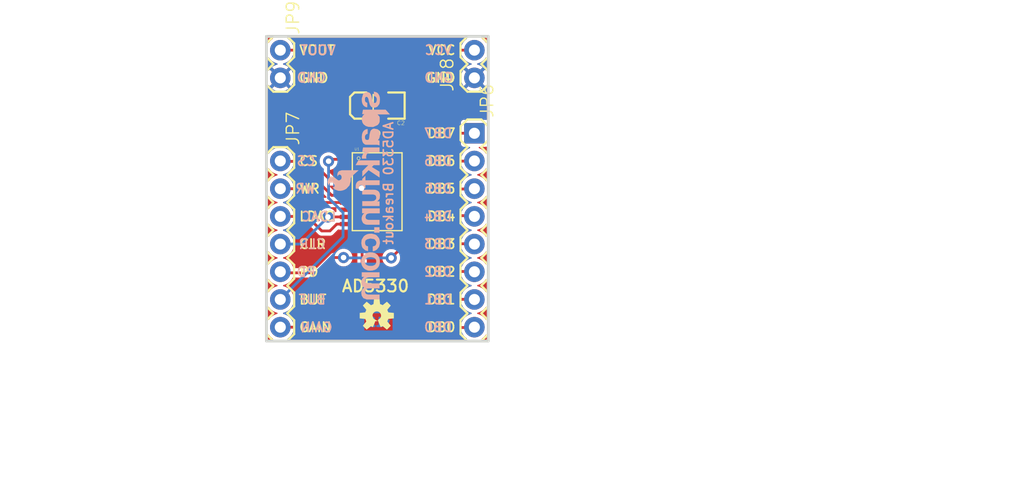
<source format=kicad_pcb>
(kicad_pcb (version 20221018) (generator pcbnew)
  (layers (0 "F.Cu" signal) (31 "B.Cu" signal) (34 "B.Paste" user) (35 "F.Paste" user) (36 "B.SilkS" user "B.Silkscreen") (37 "F.SilkS" user "F.Silkscreen") (38 "B.Mask" user) (39 "F.Mask" user) (44 "Edge.Cuts" user))
  (net 0 "")
  (net 1 "VCC")
  (net 2 "GND")
  (net 3 "BUF")
  (net 4 "GAIN")
  (net 5 "DB0")
  (net 6 "DB1")
  (net 7 "DB2")
  (net 8 "DB3")
  (net 9 "DB4")
  (net 10 "DB5")
  (net 11 "DB6")
  (net 12 "DB7")
  (net 13 "CS")
  (net 14 "WR")
  (net 15 "LDAC")
  (net 16 "CLR")
  (net 17 "PD")
  (net 18 "VOUT")
  (footprint "working:EIA3216" (layer "F.Cu") (at 148.5011 97.3836 180)
    (fp_text reference "C2" (at -2.54 -1.381 180) (layer "F.SilkS") (effects (font (size 0.373888 0.373888) (thickness 0.032512)) (justify right top)))
    (fp_text value "10uF")
    (pad "A" smd rect (at 1.4 0 270) (size 1.6 1.4) (layers "F.Cu" "F.Paste" "F.Mask") (net 1 "VCC"))
    (pad "C" smd rect (at -1.4 0 270) (size 1.6 1.4) (layers "F.Cu" "F.Paste" "F.Mask") (net 2 "GND"))
  )
  (footprint "working:1X08" (layer "F.Cu") (at 157.3911 99.9236 -90)
    (fp_text reference "JP6" (at -1.3462 -1.8288 -90) (layer "F.SilkS") (effects (font (size 1.143 1.143) (thickness 0.127)) (justify left bottom)))
    (fp_text value "")
    (pad "1" thru_hole rect (at 0 0) (size 1.8796 1.8796) (drill 1.016) (layers "*.Cu" "*.Mask") (net 12 "DB7"))
    (pad "2" thru_hole circle (at 2.54 0) (size 1.8796 1.8796) (drill 1.016) (layers "*.Cu" "*.Mask") (net 11 "DB6"))
    (pad "3" thru_hole circle (at 5.08 0) (size 1.8796 1.8796) (drill 1.016) (layers "*.Cu" "*.Mask") (net 10 "DB5"))
    (pad "4" thru_hole circle (at 7.62 0) (size 1.8796 1.8796) (drill 1.016) (layers "*.Cu" "*.Mask") (net 9 "DB4"))
    (pad "5" thru_hole circle (at 10.16 0) (size 1.8796 1.8796) (drill 1.016) (layers "*.Cu" "*.Mask") (net 8 "DB3"))
    (pad "6" thru_hole circle (at 12.7 0) (size 1.8796 1.8796) (drill 1.016) (layers "*.Cu" "*.Mask") (net 7 "DB2"))
    (pad "7" thru_hole circle (at 15.24 0) (size 1.8796 1.8796) (drill 1.016) (layers "*.Cu" "*.Mask") (net 6 "DB1"))
    (pad "8" thru_hole circle (at 17.78 0) (size 1.8796 1.8796) (drill 1.016) (layers "*.Cu" "*.Mask") (net 5 "DB0"))
  )
  (footprint "working:1X02" (layer "F.Cu") (at 157.3911 94.8436 90)
    (fp_text reference "JP8" (at -1.3462 -1.8288 90) (layer "F.SilkS") (effects (font (size 1.143 1.143) (thickness 0.127)) (justify left bottom)))
    (fp_text value "")
    (pad "1" thru_hole circle (at 0 0 180) (size 1.8796 1.8796) (drill 1.016) (layers "*.Cu" "*.Mask") (net 2 "GND"))
    (pad "2" thru_hole circle (at 2.54 0 180) (size 1.8796 1.8796) (drill 1.016) (layers "*.Cu" "*.Mask") (net 1 "VCC"))
  )
  (footprint "working:FIDUCIAL-1X2" (layer "F.Cu") (at 140.8811 97.3836)
    (fp_text reference "JP2" hide)
    (fp_text value "FIDUCIAL1X2" hide)
    (pad "1" smd roundrect (at 0 0) (size 1 1) (layers "F.Cu" "F.Mask") (roundrect_rratio 0.5))
  )
  (footprint "working:CREATIVE_COMMONS" (layer "F.Cu") (at 134.254644 132.9436)
    (fp_text reference "FRAME1" hide)
    (fp_text value "FRAME-LETTER" hide)
  )
  (footprint "working:0603-CAP" (layer "F.Cu") (at 148.5011 99.9236)
    (fp_text reference "C1" (at -0.889 -0.762) (layer "F.SilkS") (effects (font (size 0.373888 0.373888) (thickness 0.032512)) (justify left bottom)))
    (fp_text value "0.1uF")
    (pad "1" smd rect (at -0.85 0) (size 1.1 1) (layers "F.Cu" "F.Paste" "F.Mask") (net 1 "VCC"))
    (pad "2" smd rect (at 0.85 0) (size 1.1 1) (layers "F.Cu" "F.Paste" "F.Mask") (net 2 "GND"))
  )
  (footprint "working:1X02" (layer "F.Cu") (at 139.6111 92.3036 -90)
    (fp_text reference "JP9" (at -1.3462 -1.8288 -90) (layer "F.SilkS") (effects (font (size 1.143 1.143) (thickness 0.127)) (justify left bottom)))
    (fp_text value "")
    (pad "1" thru_hole circle (at 0 0) (size 1.8796 1.8796) (drill 1.016) (layers "*.Cu" "*.Mask") (net 18 "VOUT"))
    (pad "2" thru_hole circle (at 2.54 0) (size 1.8796 1.8796) (drill 1.016) (layers "*.Cu" "*.Mask") (net 2 "GND"))
  )
  (footprint "working:OSHW-LOGO-S" (layer "F.Cu") (at 148.4503 116.64696)
    (fp_text reference "LOGO1" hide)
    (fp_text value "OSHW-LOGOS" hide)
  )
  (footprint "working:FIDUCIAL-1X2" (layer "F.Cu") (at 152.3111 116.4336)
    (fp_text reference "JP3" hide)
    (fp_text value "FIDUCIAL1X2" hide)
    (pad "1" smd roundrect (at 0 0) (size 1 1) (layers "F.Cu" "F.Mask") (roundrect_rratio 0.5))
  )
  (footprint "working:1X07" (layer "F.Cu") (at 139.6111 102.4636 -90)
    (fp_text reference "JP7" (at -1.3462 -1.8288 -90) (layer "F.SilkS") (effects (font (size 1.143 1.143) (thickness 0.127)) (justify left bottom)))
    (fp_text value "")
    (pad "1" thru_hole circle (at 0 0) (size 1.8796 1.8796) (drill 1.016) (layers "*.Cu" "*.Mask") (net 13 "CS"))
    (pad "2" thru_hole circle (at 2.54 0) (size 1.8796 1.8796) (drill 1.016) (layers "*.Cu" "*.Mask") (net 14 "WR"))
    (pad "3" thru_hole circle (at 5.08 0) (size 1.8796 1.8796) (drill 1.016) (layers "*.Cu" "*.Mask") (net 15 "LDAC"))
    (pad "4" thru_hole circle (at 7.62 0) (size 1.8796 1.8796) (drill 1.016) (layers "*.Cu" "*.Mask") (net 16 "CLR"))
    (pad "5" thru_hole circle (at 10.16 0) (size 1.8796 1.8796) (drill 1.016) (layers "*.Cu" "*.Mask") (net 17 "PD"))
    (pad "6" thru_hole circle (at 12.7 0) (size 1.8796 1.8796) (drill 1.016) (layers "*.Cu" "*.Mask") (net 3 "BUF"))
    (pad "7" thru_hole circle (at 15.24 0) (size 1.8796 1.8796) (drill 1.016) (layers "*.Cu" "*.Mask") (net 4 "GAIN"))
  )
  (footprint "working:TSSOP20" (layer "F.Cu") (at 148.5011 105.0036)
    (fp_text reference "U1" (at -2.116 -3.4908) (layer "F.SilkS") (effects (font (size 0.23368 0.23368) (thickness 0.02032)) (justify left bottom)))
    (fp_text value "AD5330")
    (pad "1" smd rect (at -2.937 -2.6928) (size 1 0.4) (layers "F.Cu" "F.Paste" "F.Mask") (net 3 "BUF"))
    (pad "2" smd rect (at -2.937 -2.0324) (size 1 0.4) (layers "F.Cu" "F.Paste" "F.Mask"))
    (pad "3" smd rect (at -2.937 -1.372) (size 1 0.4) (layers "F.Cu" "F.Paste" "F.Mask") (net 1 "VCC"))
    (pad "4" smd rect (at -2.937 -0.7116) (size 1 0.4) (layers "F.Cu" "F.Paste" "F.Mask") (net 18 "VOUT"))
    (pad "5" smd rect (at -2.937 -0.0512) (size 1 0.4) (layers "F.Cu" "F.Paste" "F.Mask") (net 2 "GND"))
    (pad "6" smd rect (at -2.937 0.6092) (size 1 0.4) (layers "F.Cu" "F.Paste" "F.Mask") (net 13 "CS"))
    (pad "7" smd rect (at -2.937 1.2696) (size 1 0.4) (layers "F.Cu" "F.Paste" "F.Mask") (net 14 "WR"))
    (pad "8" smd rect (at -2.943 1.93) (size 1 0.4) (layers "F.Cu" "F.Paste" "F.Mask") (net 4 "GAIN"))
    (pad "9" smd rect (at -2.937 2.5904) (size 1 0.4) (layers "F.Cu" "F.Paste" "F.Mask") (net 16 "CLR"))
    (pad "10" smd rect (at -2.937 3.2508) (size 1 0.4) (layers "F.Cu" "F.Paste" "F.Mask") (net 15 "LDAC"))
    (pad "11" smd rect (at 2.905 3.2508) (size 1 0.4) (layers "F.Cu" "F.Paste" "F.Mask") (net 17 "PD"))
    (pad "12" smd rect (at 2.905 2.5904) (size 1 0.4) (layers "F.Cu" "F.Paste" "F.Mask") (net 1 "VCC"))
    (pad "13" smd rect (at 2.911 1.93) (size 1 0.4) (layers "F.Cu" "F.Paste" "F.Mask") (net 5 "DB0"))
    (pad "14" smd rect (at 2.905 1.2696) (size 1 0.4) (layers "F.Cu" "F.Paste" "F.Mask") (net 6 "DB1"))
    (pad "15" smd rect (at 2.905 0.6092) (size 1 0.4) (layers "F.Cu" "F.Paste" "F.Mask") (net 7 "DB2"))
    (pad "16" smd rect (at 2.905 -0.0512) (size 1 0.4) (layers "F.Cu" "F.Paste" "F.Mask") (net 8 "DB3"))
    (pad "17" smd rect (at 2.905 -0.7116) (size 1 0.4) (layers "F.Cu" "F.Paste" "F.Mask") (net 9 "DB4"))
    (pad "18" smd rect (at 2.905 -1.372) (size 1 0.4) (layers "F.Cu" "F.Paste" "F.Mask") (net 10 "DB5"))
    (pad "19" smd rect (at 2.905 -2.0324) (size 1 0.4) (layers "F.Cu" "F.Paste" "F.Mask") (net 11 "DB6"))
    (pad "20" smd rect (at 2.905 -2.6928) (size 1 0.4) (layers "F.Cu" "F.Paste" "F.Mask") (net 12 "DB7"))
  )
  (footprint "working:SFE-NEW-WEBLOGO" (layer "B.Cu") (at 149.6441 96.1136 -90)
    (fp_text reference "JP1" hide)
    (fp_text value "LOGO-SFENEW" hide)
  )
  (gr_line (start 138.3411 91.0336) (end 158.6611 91.0336) (stroke (width 0.254)) (layer "Edge.Cuts"))
  (gr_line (start 158.6611 91.0336) (end 158.6611 118.9736) (stroke (width 0.254)) (layer "Edge.Cuts"))
  (gr_line (start 138.3411 118.9736) (end 138.3411 91.0336) (stroke (width 0.254)) (layer "Edge.Cuts"))
  (gr_line (start 158.6611 118.9736) (end 138.3411 118.9736) (stroke (width 0.254)) (layer "Edge.Cuts"))
  (gr_text "v12" (at 149.7711 117.7036) (layer "B.Cu") (effects (font (size 0.762 0.762) (thickness 0.254)) (justify left bottom mirror)))
  (gr_text "DB3" (at 152.6921 109.5756) (layer "B.SilkS") (effects (font (size 0.8636 0.8636) (thickness 0.1524)) (justify right top mirror)))
  (gr_text "DB7" (at 152.6921 99.4156) (layer "B.SilkS") (effects (font (size 0.8636 0.8636) (thickness 0.1524)) (justify right top mirror)))
  (gr_text "CLR" (at 143.850362 110.5916) (layer "B.SilkS") (effects (font (size 0.8636 0.8636) (thickness 0.1524)) (justify left bottom mirror)))
  (gr_text "GND" (at 152.712421 94.3229) (layer "B.SilkS") (effects (font (size 0.8636 0.8636) (thickness 0.1524)) (justify right top mirror)))
  (gr_text "DB6" (at 152.6921 101.9556) (layer "B.SilkS") (effects (font (size 0.8636 0.8636) (thickness 0.1524)) (justify right top mirror)))
  (gr_text "DB4" (at 152.6921 107.0356) (layer "B.SilkS") (effects (font (size 0.8636 0.8636) (thickness 0.1524)) (justify right top mirror)))
  (gr_text "DB2" (at 152.6921 112.1156) (layer "B.SilkS") (effects (font (size 0.8636 0.8636) (thickness 0.1524)) (justify right top mirror)))
  (gr_text "DB5" (at 152.6921 104.4956) (layer "B.SilkS") (effects (font (size 0.8636 0.8636) (thickness 0.1524)) (justify right top mirror)))
  (gr_text "VCC" (at 152.750518 91.787982) (layer "B.SilkS") (effects (font (size 0.8636 0.8636) (thickness 0.1524)) (justify right top mirror)))
  (gr_text "AD5330 Breakout" (at 150.0251 98.7806 -270) (layer "B.SilkS") (effects (font (size 0.8636 0.8636) (thickness 0.1524)) (justify left bottom mirror)))
  (gr_text "CS" (at 142.9131 102.9716) (layer "B.SilkS") (effects (font (size 0.8636 0.8636) (thickness 0.1524)) (justify left bottom mirror)))
  (gr_text "WR" (at 142.948662 105.5116) (layer "B.SilkS") (effects (font (size 0.8636 0.8636) (thickness 0.1524)) (justify left bottom mirror)))
  (gr_text "LDAC" (at 144.8308 108.069379) (layer "B.SilkS") (effects (font (size 0.8636 0.8636) (thickness 0.1524)) (justify left bottom mirror)))
  (gr_text "DB1" (at 152.6921 114.6556) (layer "B.SilkS") (effects (font (size 0.8636 0.8636) (thickness 0.1524)) (justify right top mirror)))
  (gr_text "BUF" (at 143.868137 115.6716) (layer "B.SilkS") (effects (font (size 0.8636 0.8636) (thickness 0.1524)) (justify left bottom mirror)))
  (gr_text "GAIN" (at 144.480281 118.226841) (layer "B.SilkS") (effects (font (size 0.8636 0.8636) (thickness 0.1524)) (justify left bottom mirror)))
  (gr_text "VOUT" (at 144.78 92.80906) (layer "B.SilkS") (effects (font (size 0.8636 0.8636) (thickness 0.1524)) (justify left bottom mirror)))
  (gr_text "PD" (at 142.948659 113.1316) (layer "B.SilkS") (effects (font (size 0.8636 0.8636) (thickness 0.1524)) (justify left bottom mirror)))
  (gr_text "DB0" (at 152.6921 117.1956) (layer "B.SilkS") (effects (font (size 0.8636 0.8636) (thickness 0.1524)) (justify right top mirror)))
  (gr_text "GND" (at 143.8656 95.333822) (layer "B.SilkS") (effects (font (size 0.8636 0.8636) (thickness 0.1524)) (justify left bottom mirror)))
  (gr_text "AD5330" (at 145.1483 114.564157) (layer "F.SilkS") (effects (font (size 1.0795 1.0795) (thickness 0.1905)) (justify left bottom)))
  (gr_text "DB4" (at 155.7401 107.0356) (layer "F.SilkS") (effects (font (size 0.8636 0.8636) (thickness 0.1524)) (justify right top)))
  (gr_text "DB3" (at 155.7401 109.5756) (layer "F.SilkS") (effects (font (size 0.8636 0.8636) (thickness 0.1524)) (justify right top)))
  (gr_text "DB6" (at 155.7401 101.9556) (layer "F.SilkS") (effects (font (size 0.8636 0.8636) (thickness 0.1524)) (justify right top)))
  (gr_text "DB0" (at 155.7401 117.1956) (layer "F.SilkS") (effects (font (size 0.8636 0.8636) (thickness 0.1524)) (justify right top)))
  (gr_text "WR" (at 141.2621 105.5116) (layer "F.SilkS") (effects (font (size 0.8636 0.8636) (thickness 0.1524)) (justify left bottom)))
  (gr_text "CS" (at 141.2621 102.9716) (layer "F.SilkS") (effects (font (size 0.8636 0.8636) (thickness 0.1524)) (justify left bottom)))
  (gr_text "DB2" (at 155.7401 112.1156) (layer "F.SilkS") (effects (font (size 0.8636 0.8636) (thickness 0.1524)) (justify right top)))
  (gr_text "GND" (at 155.7401 94.3356) (layer "F.SilkS") (effects (font (size 0.8636 0.8636) (thickness 0.1524)) (justify right top)))
  (gr_text "BUF" (at 141.2621 115.6716) (layer "F.SilkS") (effects (font (size 0.8636 0.8636) (thickness 0.1524)) (justify left bottom)))
  (gr_text "DB5" (at 155.7401 104.4956) (layer "F.SilkS") (effects (font (size 0.8636 0.8636) (thickness 0.1524)) (justify right top)))
  (gr_text "LDAC" (at 141.2621 108.0516) (layer "F.SilkS") (effects (font (size 0.8636 0.8636) (thickness 0.1524)) (justify left bottom)))
  (gr_text "VOUT" (at 141.2621 92.8116) (layer "F.SilkS") (effects (font (size 0.8636 0.8636) (thickness 0.1524)) (justify left bottom)))
  (gr_text "GND" (at 155.7401 94.3356) (layer "F.SilkS") (effects (font (size 0.8636 0.8636) (thickness 0.1524)) (justify right top)))
  (gr_text "DB1" (at 155.7401 114.6556) (layer "F.SilkS") (effects (font (size 0.8636 0.8636) (thickness 0.1524)) (justify right top)))
  (gr_text "DB7" (at 155.7401 99.4156) (layer "F.SilkS") (effects (font (size 0.8636 0.8636) (thickness 0.1524)) (justify right top)))
  (gr_text "GND" (at 141.2621 95.3516) (layer "F.SilkS") (effects (font (size 0.8636 0.8636) (thickness 0.1524)) (justify left bottom)))
  (gr_text "VCC" (at 155.7401 91.7956) (layer "F.SilkS") (effects (font (size 0.8636 0.8636) (thickness 0.1524)) (justify right top)))
  (gr_text "PD" (at 141.2621 113.1316) (layer "F.SilkS") (effects (font (size 0.8636 0.8636) (thickness 0.1524)) (justify left bottom)))
  (gr_text "CLR" (at 141.2621 110.5916) (layer "F.SilkS") (effects (font (size 0.8636 0.8636) (thickness 0.1524)) (justify left bottom)))
  (gr_text "GAIN" (at 141.2621 118.2116) (layer "F.SilkS") (effects (font (size 0.8636 0.8636) (thickness 0.1524)) (justify left bottom)))
  (gr_text "GND" (at 141.2621 95.3516) (layer "F.SilkS") (effects (font (size 0.8636 0.8636) (thickness 0.1524)) (justify left bottom)))
  (segment (start 147.1422 103.639619) (end 145.572118 103.639619) (width 0.254) (layer "F.Cu") (net 1))
  (segment (start 147.2311 94.8436) (end 147.2311 97.2536) (width 0.254) (layer "F.Cu") (net 1))
  (segment (start 145.572118 103.639619) (end 145.5641 103.6316) (width 0.254) (layer "F.Cu") (net 1))
  (segment (start 147.6511 103.130719) (end 147.1422 103.639619) (width 0.254) (layer "F.Cu") (net 1))
  (segment (start 147.6511 99.9236) (end 147.6511 103.130719) (width 0.254) (layer "F.Cu") (net 1))
  (segment (start 149.433281 107.5944) (end 151.4057 107.5944) (width 0.254) (layer "F.Cu") (net 1))
  (segment (start 148.244559 103.748841) (end 148.244559 106.405679) (width 0.254) (layer "F.Cu") (net 1))
  (segment (start 147.65274 98.938082) (end 147.65274 99.92196) (width 0.254) (layer "F.Cu") (net 1))
  (segment (start 149.7711 92.3036) (end 147.2311 94.8436) (width 0.254) (layer "F.Cu") (net 1))
  (segment (start 147.6511 103.130719) (end 147.6511 103.155382) (width 0.254) (layer "F.Cu") (net 1))
  (segment (start 157.3911 92.3036) (end 149.7711 92.3036) (width 0.254) (layer "F.Cu") (net 1))
  (segment (start 147.65274 99.92196) (end 147.6511 99.9236) (width 0.254) (layer "F.Cu") (net 1))
  (segment (start 147.2311 97.2536) (end 147.1011 97.3836) (width 0.254) (layer "F.Cu") (net 1))
  (segment (start 147.6511 103.155382) (end 148.244559 103.748841) (width 0.254) (layer "F.Cu") (net 1))
  (segment (start 151.4057 107.5944) (end 151.4061 107.594) (width 0.254) (layer "F.Cu") (net 1))
  (segment (start 147.1011 98.386441) (end 147.65274 98.938082) (width 0.254) (layer "F.Cu") (net 1))
  (segment (start 147.1011 97.3836) (end 147.1011 98.386441) (width 0.254) (layer "F.Cu") (net 1))
  (segment (start 148.244559 106.405679) (end 149.433281 107.5944) (width 0.254) (layer "F.Cu") (net 1))
  (via (at 147.050759 104.957882) (size 1.016) (drill 0.508) (layers "F.Cu" "B.Cu") (net 2))
  (segment (start 145.5641 102.3108) (end 144.203821 102.3108) (width 0.254) (layer "F.Cu") (net 3))
  (segment (start 144.203821 102.3108) (end 144.03324 102.481382) (width 0.254) (layer "F.Cu") (net 3))
  (via (at 144.03324 102.481382) (size 1.016) (drill 0.508) (layers "F.Cu" "B.Cu") (net 3))
  (segment (start 144.03324 105.862122) (end 145.359118 107.188) (width 0.254) (layer "B.Cu") (net 3))
  (segment (start 139.6238 115.1763) (end 139.6111 115.1636) (width 0.254) (layer "B.Cu") (net 3))
  (segment (start 145.359118 107.188) (end 145.359118 109.415582) (width 0.254) (layer "B.Cu") (net 3))
  (segment (start 145.359118 109.415582) (end 139.6111 115.1636) (width 0.254) (layer "B.Cu") (net 3))
  (segment (start 144.03324 102.481382) (end 144.03324 105.862122) (width 0.254) (layer "B.Cu") (net 3))
  (segment (start 147.1041 116.5606) (end 145.9611 117.7036) (width 0.254) (layer "F.Cu") (net 4))
  (segment (start 146.4941 106.9336) (end 147.1041 107.5436) (width 0.254) (layer "F.Cu") (net 4))
  (segment (start 145.5581 106.9336) (end 146.4941 106.9336) (width 0.254) (layer "F.Cu") (net 4))
  (segment (start 145.9611 117.7036) (end 139.6111 117.7036) (width 0.254) (layer "F.Cu") (net 4))
  (segment (start 147.1041 107.5436) (end 147.1041 116.5606) (width 0.254) (layer "F.Cu") (net 4))
  (segment (start 155.674059 117.734082) (end 157.360618 117.734082) (width 0.254) (layer "F.Cu") (net 5))
  (segment (start 152.791159 114.851182) (end 155.674059 117.734082) (width 0.254) (layer "F.Cu") (net 5))
  (segment (start 157.360618 117.734082) (end 157.3911 117.7036) (width 0.254) (layer "F.Cu") (net 5))
  (segment (start 152.791159 107.3277) (end 152.791159 114.851182) (width 0.254) (layer "F.Cu") (net 5))
  (segment (start 152.397059 106.9336) (end 152.791159 107.3277) (width 0.254) (layer "F.Cu") (net 5))
  (segment (start 151.4121 106.9336) (end 152.397059 106.9336) (width 0.254) (layer "F.Cu") (net 5))
  (segment (start 157.375859 115.14836) (end 157.3911 115.1636) (width 0.254) (layer "F.Cu") (net 6))
  (segment (start 153.527759 107.342941) (end 153.527759 114.051079) (width 0.254) (layer "F.Cu") (net 6))
  (segment (start 154.62504 115.14836) (end 157.375859 115.14836) (width 0.254) (layer "F.Cu") (net 6))
  (segment (start 152.458018 106.2732) (end 153.527759 107.342941) (width 0.254) (layer "F.Cu") (net 6))
  (segment (start 153.527759 114.051079) (end 154.62504 115.14836) (width 0.254) (layer "F.Cu") (net 6))
  (segment (start 151.4061 106.2732) (end 152.458018 106.2732) (width 0.254) (layer "F.Cu") (net 6))
  (segment (start 155.13304 112.59566) (end 157.363159 112.59566) (width 0.254) (layer "F.Cu") (net 7))
  (segment (start 151.4061 105.6128) (end 152.552 105.6128) (width 0.254) (layer "F.Cu") (net 7))
  (segment (start 154.2288 111.691419) (end 155.13304 112.59566) (width 0.254) (layer "F.Cu") (net 7))
  (segment (start 152.552 105.6128) (end 154.2288 107.2896) (width 0.254) (layer "F.Cu") (net 7))
  (segment (start 154.2288 107.2896) (end 154.2288 111.691419) (width 0.254) (layer "F.Cu") (net 7))
  (segment (start 157.363159 112.59566) (end 157.3911 112.6236) (width 0.254) (layer "F.Cu") (net 7))
  (segment (start 151.4061 104.9524) (end 152.679 104.9524) (width 0.254) (layer "F.Cu") (net 8))
  (segment (start 154.886659 107.16006) (end 154.886659 109.339379) (width 0.254) (layer "F.Cu") (net 8))
  (segment (start 155.60294 110.05566) (end 157.363159 110.05566) (width 0.254) (layer "F.Cu") (net 8))
  (segment (start 152.679 104.9524) (end 154.886659 107.16006) (width 0.254) (layer "F.Cu") (net 8))
  (segment (start 157.363159 110.05566) (end 157.3911 110.0836) (width 0.254) (layer "F.Cu") (net 8))
  (segment (start 154.886659 109.339379) (end 155.60294 110.05566) (width 0.254) (layer "F.Cu") (net 8))
  (segment (start 155.95854 107.47756) (end 157.325059 107.47756) (width 0.254) (layer "F.Cu") (net 9))
  (segment (start 157.325059 107.47756) (end 157.3911 107.5436) (width 0.254) (layer "F.Cu") (net 9))
  (segment (start 151.4061 104.292) (end 152.772981 104.292) (width 0.254) (layer "F.Cu") (net 9))
  (segment (start 152.772981 104.292) (end 155.95854 107.47756) (width 0.254) (layer "F.Cu") (net 9))
  (segment (start 154.256337 103.6316) (end 155.658818 105.034082) (width 0.254) (layer "F.Cu") (net 10))
  (segment (start 151.4061 103.6316) (end 154.256337 103.6316) (width 0.254) (layer "F.Cu") (net 10))
  (segment (start 157.360618 105.034082) (end 157.3911 105.0036) (width 0.254) (layer "F.Cu") (net 10))
  (segment (start 155.658818 105.034082) (end 157.360618 105.034082) (width 0.254) (layer "F.Cu") (net 10))
  (segment (start 155.56484 102.4763) (end 157.3784 102.4763) (width 0.254) (layer "F.Cu") (net 11))
  (segment (start 151.4061 102.9712) (end 155.06994 102.9712) (width 0.254) (layer "F.Cu") (net 11))
  (segment (start 157.3784 102.4763) (end 157.3911 102.4636) (width 0.254) (layer "F.Cu") (net 11))
  (segment (start 155.06994 102.9712) (end 155.56484 102.4763) (width 0.254) (layer "F.Cu") (net 11))
  (segment (start 154.871418 99.918519) (end 157.386018 99.918519) (width 0.254) (layer "F.Cu") (net 12))
  (segment (start 152.479137 102.3108) (end 154.871418 99.918519) (width 0.254) (layer "F.Cu") (net 12))
  (segment (start 157.386018 99.918519) (end 157.3911 99.9236) (width 0.254) (layer "F.Cu") (net 12))
  (segment (start 151.4061 102.3108) (end 152.479137 102.3108) (width 0.254) (layer "F.Cu") (net 12))
  (segment (start 145.5641 105.6128) (end 144.3224 105.6128) (width 0.254) (layer "F.Cu") (net 13))
  (segment (start 141.208759 102.49916) (end 139.646659 102.49916) (width 0.254) (layer "F.Cu") (net 13))
  (segment (start 139.646659 102.49916) (end 139.6111 102.4636) (width 0.254) (layer "F.Cu") (net 13))
  (segment (start 144.3224 105.6128) (end 141.208759 102.49916) (width 0.254) (layer "F.Cu") (net 13))
  (segment (start 143.397837 106.2732) (end 142.133318 105.008682) (width 0.254) (layer "F.Cu") (net 14))
  (segment (start 145.5641 106.2732) (end 143.397837 106.2732) (width 0.254) (layer "F.Cu") (net 14))
  (segment (start 139.616181 105.008682) (end 139.6111 105.0036) (width 0.254) (layer "F.Cu") (net 14))
  (segment (start 142.133318 105.008682) (end 139.616181 105.008682) (width 0.254) (layer "F.Cu") (net 14))
  (segment (start 144.155159 108.879641) (end 143.4084 108.879641) (width 0.254) (layer "F.Cu") (net 15))
  (segment (start 143.4084 108.879641) (end 142.07744 107.548682) (width 0.254) (layer "F.Cu") (net 15))
  (segment (start 144.7804 108.2544) (end 144.155159 108.879641) (width 0.254) (layer "F.Cu") (net 15))
  (segment (start 142.07744 107.548682) (end 139.616181 107.548682) (width 0.254) (layer "F.Cu") (net 15))
  (segment (start 145.5641 108.2544) (end 144.7804 108.2544) (width 0.254) (layer "F.Cu") (net 15))
  (segment (start 139.616181 107.548682) (end 139.6111 107.5436) (width 0.254) (layer "F.Cu") (net 15))
  (segment (start 145.5641 107.594) (end 143.977762 107.594) (width 0.254) (layer "F.Cu") (net 16))
  (segment (start 143.977762 107.594) (end 143.972281 107.599482) (width 0.254) (layer "F.Cu") (net 16))
  (via (at 143.972281 107.599482) (size 1.016) (drill 0.508) (layers "F.Cu" "B.Cu") (net 16))
  (segment (start 143.972281 107.612179) (end 141.5034 110.08106) (width 0.254) (layer "B.Cu") (net 16))
  (segment (start 143.972281 107.599482) (end 143.972281 107.612179) (width 0.254) (layer "B.Cu") (net 16))
  (segment (start 139.61364 110.08106) (end 139.6111 110.0836) (width 0.254) (layer "B.Cu") (net 16))
  (segment (start 141.5034 110.08106) (end 139.61364 110.08106) (width 0.254) (layer "B.Cu") (net 16))
  (segment (start 151.4061 109.7186) (end 149.7711 111.3536) (width 0.254) (layer "F.Cu") (net 17))
  (segment (start 144.546318 111.320582) (end 143.146781 112.720119) (width 0.254) (layer "F.Cu") (net 17))
  (segment (start 143.146781 112.720119) (end 139.707618 112.720119) (width 0.254) (layer "F.Cu") (net 17))
  (segment (start 151.4061 108.2544) (end 151.4061 109.7186) (width 0.254) (layer "F.Cu") (net 17))
  (segment (start 139.707618 112.720119) (end 139.6111 112.6236) (width 0.254) (layer "F.Cu") (net 17))
  (segment (start 145.40484 111.320582) (end 144.546318 111.320582) (width 0.254) (layer "F.Cu") (net 17))
  (via (at 149.7711 111.3536) (size 1.016) (drill 0.508) (layers "F.Cu" "B.Cu") (net 17))
  (via (at 145.40484 111.320582) (size 1.016) (drill 0.508) (layers "F.Cu" "B.Cu") (net 17))
  (segment (start 149.7711 111.3536) (end 145.437859 111.3536) (width 0.254) (layer "B.Cu") (net 17))
  (segment (start 145.437859 111.3536) (end 145.40484 111.320582) (width 0.254) (layer "B.Cu") (net 17))
  (segment (start 142.9004 102.923341) (end 142.9004 93.0529) (width 0.254) (layer "F.Cu") (net 18))
  (segment (start 144.269059 104.292) (end 142.9004 102.923341) (width 0.254) (layer "F.Cu") (net 18))
  (segment (start 142.1511 92.3036) (end 139.6111 92.3036) (width 0.254) (layer "F.Cu") (net 18))
  (segment (start 145.5641 104.292) (end 144.269059 104.292) (width 0.254) (layer "F.Cu") (net 18))
  (segment (start 142.9004 93.0529) (end 142.1511 92.3036) (width 0.254) (layer "F.Cu") (net 18))
  (zone (net 2) (net_name "GND") (layer "F.Cu") (priority 6) (connect_pads (clearance 0.3048)) (min_thickness 0.127) (fill yes (thermal_gap 0.304) (thermal_bridge_width 0.304) (island_removal_mode 1) (island_area_min 10))
    (polygon (pts (xy 158.7881 119.1006) (xy 138.2141 119.1006) (xy 138.2141 90.9066) (xy 158.7881 90.9066)))
  )
  (zone (net 2) (net_name "GND") (layer "B.Cu") (priority 6) (connect_pads (clearance 0.3048)) (min_thickness 0.127) (fill yes (thermal_gap 0.304) (thermal_bridge_width 0.304))
    (polygon (pts (xy 158.7881 119.1006) (xy 138.2141 119.1006) (xy 138.2141 90.9066) (xy 158.7881 90.9066)))
  )
)
</source>
